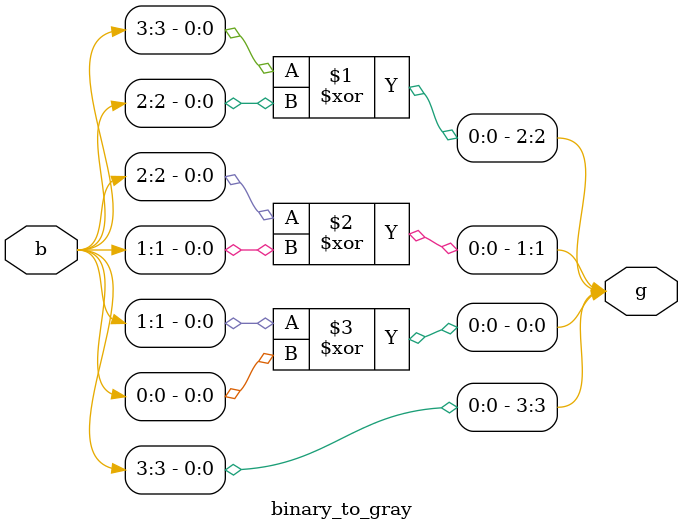
<source format=v>
module binary_to_gray(
  input [3:0] b,
  output reg [3:0] g
);
  assign g[3]=b[3];
  
  xor x1(g[2],b[3],b[2]);
  xor x2(g[1],b[2],b[1]);
  xor x3(g[0],b[1],b[0]);
endmodule
  

</source>
